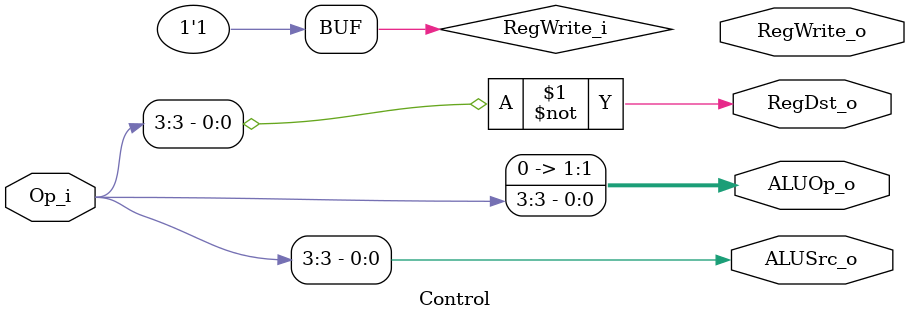
<source format=v>
module Control(
    Op_i,
    RegDst_o,
    ALUOp_o,
    ALUSrc_o,
    RegWrite_o
);

input	[5:0]	Op_i;
output	RegDst_o, ALUSrc_o, RegWrite_o;
output	[1:0]	ALUOp_o;

// Op_i[3] == 1 if I-type
assign RegDst_o = ~Op_i[3];
assign ALUOp_o = {1'b0, Op_i[3]};
assign ALUSrc_o = Op_i[3];

assign RegWrite_i = 1'b1;

endmodule

</source>
